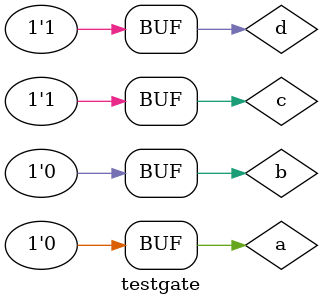
<source format=v>

module  andgate( output e, input a, input b, input c, input d);
	assign e = (a & b & c & d);
endmodule

module testgate;
	reg a, b, c, d;
	wire e;
	andgate gate1 (e, a, b, c, d);
	
	initial begin
		a = 0; b = 0; c=0; d=0;
		#1 $monitor ("( %b & %b & %b & %b  ) = %b", a, b, c, d, e);
		#1 a = 0; b = 0; c = 0; d = 0;
		#1 a = 1; b = 1; c = 1; d = 1;
		#1 a = 1; b = 0; c = 1; d = 0;
		#1 a = 0; b = 0; c = 1; d = 1;
	end
endmodule
		
		
		
			

</source>
